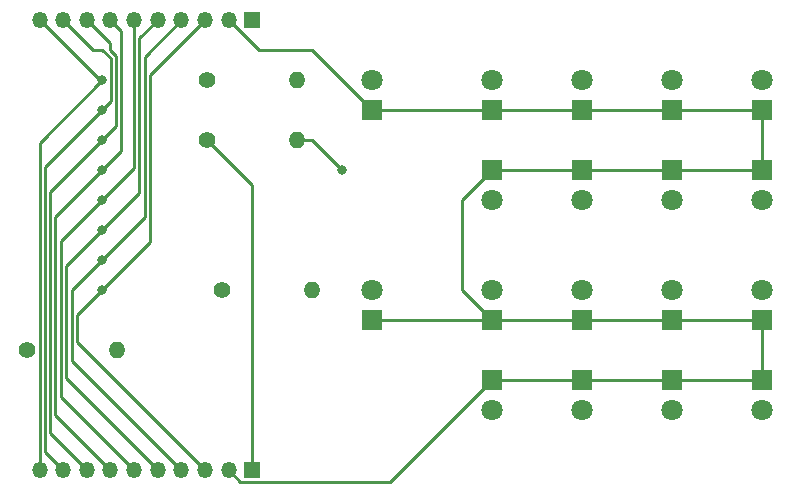
<source format=gbl>
%TF.GenerationSoftware,KiCad,Pcbnew,7.0.8*%
%TF.CreationDate,2023-10-10T01:17:21-07:00*%
%TF.ProjectId,htpm_control_module_display,6874706d-5f63-46f6-9e74-726f6c5f6d6f,1*%
%TF.SameCoordinates,Original*%
%TF.FileFunction,Copper,L2,Bot*%
%TF.FilePolarity,Positive*%
%FSLAX46Y46*%
G04 Gerber Fmt 4.6, Leading zero omitted, Abs format (unit mm)*
G04 Created by KiCad (PCBNEW 7.0.8) date 2023-10-10 01:17:21*
%MOMM*%
%LPD*%
G01*
G04 APERTURE LIST*
%TA.AperFunction,ComponentPad*%
%ADD10R,1.800000X1.800000*%
%TD*%
%TA.AperFunction,ComponentPad*%
%ADD11C,1.800000*%
%TD*%
%TA.AperFunction,ComponentPad*%
%ADD12R,1.350000X1.350000*%
%TD*%
%TA.AperFunction,ComponentPad*%
%ADD13O,1.350000X1.350000*%
%TD*%
%TA.AperFunction,ComponentPad*%
%ADD14C,1.400000*%
%TD*%
%TA.AperFunction,ComponentPad*%
%ADD15O,1.400000X1.400000*%
%TD*%
%TA.AperFunction,ViaPad*%
%ADD16C,0.800000*%
%TD*%
%TA.AperFunction,Conductor*%
%ADD17C,0.250000*%
%TD*%
G04 APERTURE END LIST*
D10*
%TO.P,D7,1,K*%
%TO.N,GND*%
X147320000Y-86360000D03*
D11*
%TO.P,D7,2,A*%
%TO.N,Net-(D7-A)*%
X147320000Y-88900000D03*
%TD*%
D12*
%TO.P,J1,1,Pin_1*%
%TO.N,+3.3V*%
X127000000Y-111760000D03*
D13*
%TO.P,J1,2,Pin_2*%
%TO.N,GND*%
X125000000Y-111760000D03*
%TO.P,J1,3,Pin_3*%
%TO.N,Net-(J1-Pin_3)*%
X123000000Y-111760000D03*
%TO.P,J1,4,Pin_4*%
%TO.N,Net-(J1-Pin_4)*%
X121000000Y-111760000D03*
%TO.P,J1,5,Pin_5*%
%TO.N,Net-(J1-Pin_5)*%
X119000000Y-111760000D03*
%TO.P,J1,6,Pin_6*%
%TO.N,Net-(J1-Pin_6)*%
X117000000Y-111760000D03*
%TO.P,J1,7,Pin_7*%
%TO.N,Net-(J1-Pin_7)*%
X115000000Y-111760000D03*
%TO.P,J1,8,Pin_8*%
%TO.N,Net-(J1-Pin_8)*%
X113000000Y-111760000D03*
%TO.P,J1,9,Pin_9*%
%TO.N,Net-(J1-Pin_9)*%
X111000000Y-111760000D03*
%TO.P,J1,10,Pin_10*%
%TO.N,Net-(J1-Pin_10)*%
X109000000Y-111760000D03*
%TD*%
D10*
%TO.P,D13,1,K*%
%TO.N,GND*%
X162560000Y-99060000D03*
D11*
%TO.P,D13,2,A*%
%TO.N,Net-(D13-A)*%
X162560000Y-96520000D03*
%TD*%
D10*
%TO.P,D2,1,K*%
%TO.N,GND*%
X137160000Y-99060000D03*
D11*
%TO.P,D2,2,A*%
%TO.N,Net-(D2-A)*%
X137160000Y-96520000D03*
%TD*%
D10*
%TO.P,D6,1,K*%
%TO.N,GND*%
X170180000Y-81280000D03*
D11*
%TO.P,D6,2,A*%
%TO.N,Net-(D6-A)*%
X170180000Y-78740000D03*
%TD*%
D10*
%TO.P,D18,1,K*%
%TO.N,GND*%
X170180000Y-104140000D03*
D11*
%TO.P,D18,2,A*%
%TO.N,Net-(D18-A)*%
X170180000Y-106680000D03*
%TD*%
D10*
%TO.P,D5,1,K*%
%TO.N,GND*%
X162560000Y-81280000D03*
D11*
%TO.P,D5,2,A*%
%TO.N,Net-(D5-A)*%
X162560000Y-78740000D03*
%TD*%
D14*
%TO.P,R3,1*%
%TO.N,+3.3V*%
X107950000Y-101600000D03*
D15*
%TO.P,R3,2*%
%TO.N,Net-(JP10-B)*%
X115570000Y-101600000D03*
%TD*%
D12*
%TO.P,J2,1,Pin_1*%
%TO.N,+3.3V*%
X127000000Y-73660000D03*
D13*
%TO.P,J2,2,Pin_2*%
%TO.N,GND*%
X125000000Y-73660000D03*
%TO.P,J2,3,Pin_3*%
%TO.N,Net-(J1-Pin_3)*%
X123000000Y-73660000D03*
%TO.P,J2,4,Pin_4*%
%TO.N,Net-(J1-Pin_4)*%
X121000000Y-73660000D03*
%TO.P,J2,5,Pin_5*%
%TO.N,Net-(J1-Pin_5)*%
X119000000Y-73660000D03*
%TO.P,J2,6,Pin_6*%
%TO.N,Net-(J1-Pin_6)*%
X117000000Y-73660000D03*
%TO.P,J2,7,Pin_7*%
%TO.N,Net-(J1-Pin_7)*%
X115000000Y-73660000D03*
%TO.P,J2,8,Pin_8*%
%TO.N,Net-(J1-Pin_8)*%
X113000000Y-73660000D03*
%TO.P,J2,9,Pin_9*%
%TO.N,Net-(J1-Pin_9)*%
X111000000Y-73660000D03*
%TO.P,J2,10,Pin_10*%
%TO.N,Net-(J1-Pin_10)*%
X109000000Y-73660000D03*
%TD*%
D14*
%TO.P,R2,1*%
%TO.N,Net-(JP17-B)*%
X124460000Y-96520000D03*
D15*
%TO.P,R2,2*%
%TO.N,Net-(D2-A)*%
X132080000Y-96520000D03*
%TD*%
D10*
%TO.P,D4,1,K*%
%TO.N,GND*%
X154940000Y-81280000D03*
D11*
%TO.P,D4,2,A*%
%TO.N,Net-(D4-A)*%
X154940000Y-78740000D03*
%TD*%
D14*
%TO.P,R4,1*%
%TO.N,+3.3V*%
X123190000Y-83820000D03*
D15*
%TO.P,R4,2*%
%TO.N,Net-(JP1-B)*%
X130810000Y-83820000D03*
%TD*%
D10*
%TO.P,D14,1,K*%
%TO.N,GND*%
X170180000Y-99060000D03*
D11*
%TO.P,D14,2,A*%
%TO.N,Net-(D14-A)*%
X170180000Y-96520000D03*
%TD*%
D10*
%TO.P,D12,1,K*%
%TO.N,GND*%
X154940000Y-99060000D03*
D11*
%TO.P,D12,2,A*%
%TO.N,Net-(D12-A)*%
X154940000Y-96520000D03*
%TD*%
D10*
%TO.P,D9,1,K*%
%TO.N,GND*%
X162560000Y-86360000D03*
D11*
%TO.P,D9,2,A*%
%TO.N,Net-(D9-A)*%
X162560000Y-88900000D03*
%TD*%
D10*
%TO.P,D3,1,K*%
%TO.N,GND*%
X147320000Y-81280000D03*
D11*
%TO.P,D3,2,A*%
%TO.N,Net-(D3-A)*%
X147320000Y-78740000D03*
%TD*%
D10*
%TO.P,D17,1,K*%
%TO.N,GND*%
X162560000Y-104140000D03*
D11*
%TO.P,D17,2,A*%
%TO.N,Net-(D17-A)*%
X162560000Y-106680000D03*
%TD*%
D10*
%TO.P,D10,1,K*%
%TO.N,GND*%
X170180000Y-86360000D03*
D11*
%TO.P,D10,2,A*%
%TO.N,Net-(D10-A)*%
X170180000Y-88900000D03*
%TD*%
D10*
%TO.P,D1,1,K*%
%TO.N,GND*%
X137160000Y-81280000D03*
D11*
%TO.P,D1,2,A*%
%TO.N,Net-(D1-A)*%
X137160000Y-78740000D03*
%TD*%
D10*
%TO.P,D16,1,K*%
%TO.N,GND*%
X154940000Y-104140000D03*
D11*
%TO.P,D16,2,A*%
%TO.N,Net-(D16-A)*%
X154940000Y-106680000D03*
%TD*%
D14*
%TO.P,R1,1*%
%TO.N,Net-(JP25-B)*%
X123190000Y-78740000D03*
D15*
%TO.P,R1,2*%
%TO.N,Net-(D1-A)*%
X130810000Y-78740000D03*
%TD*%
D10*
%TO.P,D8,1,K*%
%TO.N,GND*%
X154940000Y-86360000D03*
D11*
%TO.P,D8,2,A*%
%TO.N,Net-(D8-A)*%
X154940000Y-88900000D03*
%TD*%
D10*
%TO.P,D15,1,K*%
%TO.N,GND*%
X147320000Y-104140000D03*
D11*
%TO.P,D15,2,A*%
%TO.N,Net-(D15-A)*%
X147320000Y-106680000D03*
%TD*%
D10*
%TO.P,D11,1,K*%
%TO.N,GND*%
X147320000Y-99060000D03*
D11*
%TO.P,D11,2,A*%
%TO.N,Net-(D11-A)*%
X147320000Y-96520000D03*
%TD*%
D16*
%TO.N,Net-(J1-Pin_3)*%
X114300000Y-96520000D03*
%TO.N,Net-(J1-Pin_4)*%
X114300000Y-93980000D03*
%TO.N,Net-(J1-Pin_5)*%
X114300000Y-91440000D03*
%TO.N,Net-(J1-Pin_6)*%
X114300000Y-88900000D03*
%TO.N,Net-(J1-Pin_7)*%
X114300000Y-86360000D03*
%TO.N,Net-(J1-Pin_8)*%
X114300000Y-83820000D03*
%TO.N,Net-(J1-Pin_9)*%
X114300000Y-81280000D03*
%TO.N,Net-(J1-Pin_10)*%
X114300000Y-78740000D03*
%TO.N,Net-(JP1-B)*%
X134620000Y-86360000D03*
%TD*%
D17*
%TO.N,GND*%
X170180000Y-104140000D02*
X147320000Y-104140000D01*
X144780000Y-88900000D02*
X144780000Y-96520000D01*
X147320000Y-81280000D02*
X170180000Y-81280000D01*
X132080000Y-76200000D02*
X127540000Y-76200000D01*
X170180000Y-81280000D02*
X170180000Y-86360000D01*
X137160000Y-99060000D02*
X147320000Y-99060000D01*
X147320000Y-104140000D02*
X138700000Y-112760000D01*
X144780000Y-96520000D02*
X147320000Y-99060000D01*
X126000000Y-112760000D02*
X125000000Y-111760000D01*
X170180000Y-86360000D02*
X147320000Y-86360000D01*
X147320000Y-86360000D02*
X144780000Y-88900000D01*
X147320000Y-99060000D02*
X170180000Y-99060000D01*
X147320000Y-81280000D02*
X137160000Y-81280000D01*
X170180000Y-99060000D02*
X170180000Y-104140000D01*
X138700000Y-112760000D02*
X126000000Y-112760000D01*
X137160000Y-81280000D02*
X132080000Y-76200000D01*
X127540000Y-76200000D02*
X125000000Y-73660000D01*
%TO.N,+3.3V*%
X127000000Y-87630000D02*
X123190000Y-83820000D01*
X127000000Y-111760000D02*
X127000000Y-87630000D01*
%TO.N,Net-(J1-Pin_3)*%
X118350000Y-92470000D02*
X118350000Y-78310000D01*
X114300000Y-96520000D02*
X112210000Y-98610000D01*
X118350000Y-78310000D02*
X123000000Y-73660000D01*
X112210000Y-100970000D02*
X123000000Y-111760000D01*
X114300000Y-96520000D02*
X118350000Y-92470000D01*
X112210000Y-98610000D02*
X112210000Y-100970000D01*
%TO.N,Net-(J1-Pin_4)*%
X111760000Y-96520000D02*
X111760000Y-102520000D01*
X111760000Y-102520000D02*
X121000000Y-111760000D01*
X117900000Y-76760000D02*
X121000000Y-73660000D01*
X117900000Y-90380000D02*
X117900000Y-76760000D01*
X114300000Y-93980000D02*
X117900000Y-90380000D01*
X114300000Y-93980000D02*
X111760000Y-96520000D01*
%TO.N,Net-(J1-Pin_5)*%
X114300000Y-91440000D02*
X117450000Y-88290000D01*
X111250000Y-104010000D02*
X119000000Y-111760000D01*
X111250000Y-94490000D02*
X111250000Y-104010000D01*
X114300000Y-91440000D02*
X111250000Y-94490000D01*
X117450000Y-88290000D02*
X117450000Y-75210000D01*
X117450000Y-75210000D02*
X119000000Y-73660000D01*
%TO.N,Net-(J1-Pin_6)*%
X110800000Y-105560000D02*
X117000000Y-111760000D01*
X114300000Y-88900000D02*
X110800000Y-92400000D01*
X117000000Y-86200000D02*
X117000000Y-73660000D01*
X114300000Y-88900000D02*
X117000000Y-86200000D01*
X110800000Y-92400000D02*
X110800000Y-105560000D01*
%TO.N,Net-(J1-Pin_7)*%
X110350000Y-90310000D02*
X110350000Y-107110000D01*
X115925000Y-74585000D02*
X115000000Y-73660000D01*
X110350000Y-107110000D02*
X115000000Y-111760000D01*
X114300000Y-86360000D02*
X110350000Y-90310000D01*
X114300000Y-86360000D02*
X115925000Y-84735000D01*
X115925000Y-84735000D02*
X115925000Y-74585000D01*
%TO.N,Net-(J1-Pin_8)*%
X115475000Y-82645000D02*
X115475000Y-76738604D01*
X114936396Y-76200000D02*
X114936396Y-75596396D01*
X109900000Y-88220000D02*
X109900000Y-108660000D01*
X114300000Y-83820000D02*
X115475000Y-82645000D01*
X115475000Y-76738604D02*
X114936396Y-76200000D01*
X109900000Y-108660000D02*
X113000000Y-111760000D01*
X114936396Y-75596396D02*
X113000000Y-73660000D01*
X114300000Y-83820000D02*
X109900000Y-88220000D01*
%TO.N,Net-(J1-Pin_9)*%
X114300000Y-81280000D02*
X115025000Y-80555000D01*
X115025000Y-76925000D02*
X114300000Y-76200000D01*
X109450000Y-110210000D02*
X111000000Y-111760000D01*
X114300000Y-76200000D02*
X113540000Y-76200000D01*
X113540000Y-76200000D02*
X111000000Y-73660000D01*
X115025000Y-80555000D02*
X115025000Y-76925000D01*
X109450000Y-86130000D02*
X109450000Y-110210000D01*
X114300000Y-81280000D02*
X109450000Y-86130000D01*
%TO.N,Net-(J1-Pin_10)*%
X114300000Y-78740000D02*
X114080000Y-78740000D01*
X114080000Y-78740000D02*
X109000000Y-73660000D01*
X109000000Y-84040000D02*
X109000000Y-111760000D01*
X114300000Y-78740000D02*
X109000000Y-84040000D01*
%TO.N,Net-(JP1-B)*%
X132080000Y-83820000D02*
X134620000Y-86360000D01*
X130810000Y-83820000D02*
X132080000Y-83820000D01*
%TD*%
M02*

</source>
